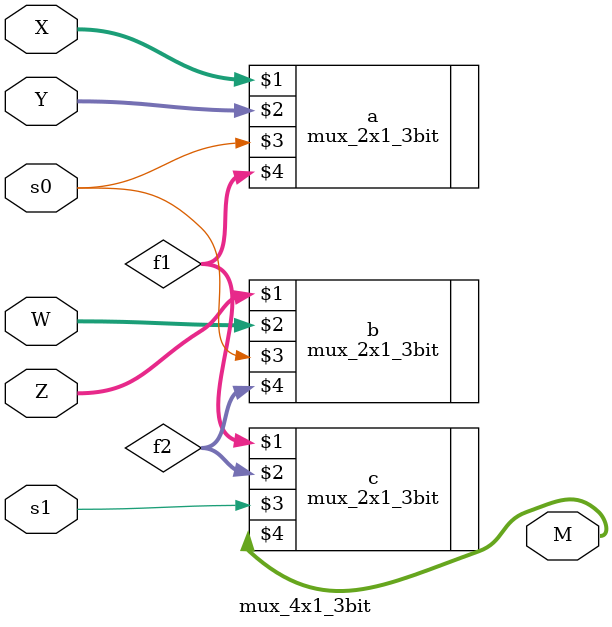
<source format=v>
`timescale 1ns / 1ps


module mux_4x1_3bit(
input [2:0] X, Y, Z, W,
input  s1,s0,
output [2:0] M
    );
    wire [2:0] f1, f2;
    mux_2x1_3bit a(X, Y, s0,f1);
    mux_2x1_3bit b(Z, W, s0,f2);
    mux_2x1_3bit c(f1, f2, s1, M);
endmodule

</source>
